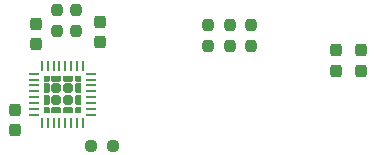
<source format=gbr>
%TF.GenerationSoftware,KiCad,Pcbnew,8.0.6*%
%TF.CreationDate,2024-11-25T13:49:05+01:00*%
%TF.ProjectId,esp32_POE,65737033-325f-4504-9f45-2e6b69636164,rev?*%
%TF.SameCoordinates,Original*%
%TF.FileFunction,Paste,Bot*%
%TF.FilePolarity,Positive*%
%FSLAX46Y46*%
G04 Gerber Fmt 4.6, Leading zero omitted, Abs format (unit mm)*
G04 Created by KiCad (PCBNEW 8.0.6) date 2024-11-25 13:49:05*
%MOMM*%
%LPD*%
G01*
G04 APERTURE LIST*
G04 Aperture macros list*
%AMRoundRect*
0 Rectangle with rounded corners*
0 $1 Rounding radius*
0 $2 $3 $4 $5 $6 $7 $8 $9 X,Y pos of 4 corners*
0 Add a 4 corners polygon primitive as box body*
4,1,4,$2,$3,$4,$5,$6,$7,$8,$9,$2,$3,0*
0 Add four circle primitives for the rounded corners*
1,1,$1+$1,$2,$3*
1,1,$1+$1,$4,$5*
1,1,$1+$1,$6,$7*
1,1,$1+$1,$8,$9*
0 Add four rect primitives between the rounded corners*
20,1,$1+$1,$2,$3,$4,$5,0*
20,1,$1+$1,$4,$5,$6,$7,0*
20,1,$1+$1,$6,$7,$8,$9,0*
20,1,$1+$1,$8,$9,$2,$3,0*%
%AMFreePoly0*
4,1,19,0.216293,0.240836,0.256593,0.185367,0.262023,0.151086,0.262023,-0.059182,0.240836,-0.124389,0.229530,-0.137626,0.137626,-0.229530,0.076536,-0.260657,0.059182,-0.262023,-0.151086,-0.262023,-0.216293,-0.240836,-0.256593,-0.185367,-0.262023,-0.151086,-0.262023,0.151086,-0.240836,0.216293,-0.185367,0.256593,-0.151086,0.262023,0.151086,0.262023,0.216293,0.240836,0.216293,0.240836,
$1*%
%AMFreePoly1*
4,1,21,0.158921,0.382768,0.164515,0.377643,0.236554,0.305603,0.261692,0.251692,0.262023,0.244114,0.262023,-0.244114,0.241678,-0.300010,0.236554,-0.305603,0.164515,-0.377643,0.110605,-0.402782,0.103025,-0.403113,-0.175064,-0.403113,-0.230960,-0.382768,-0.260702,-0.331254,-0.262023,-0.316154,-0.262023,0.316154,-0.241678,0.372050,-0.190164,0.401792,-0.175064,0.403113,0.103025,0.403113,
0.158921,0.382768,0.158921,0.382768,$1*%
%AMFreePoly2*
4,1,19,0.124389,0.240836,0.137626,0.229530,0.229530,0.137626,0.260657,0.076536,0.262023,0.059182,0.262023,-0.151086,0.240836,-0.216293,0.185367,-0.256593,0.151086,-0.262023,-0.151086,-0.262023,-0.216293,-0.240836,-0.256593,-0.185367,-0.262023,-0.151086,-0.262023,0.151086,-0.240836,0.216293,-0.185367,0.256593,-0.151086,0.262023,0.059182,0.262023,0.124389,0.240836,0.124389,0.240836,
$1*%
%AMFreePoly3*
4,1,21,0.372050,0.241678,0.401792,0.190164,0.403113,0.175064,0.403113,-0.103025,0.382768,-0.158921,0.377643,-0.164515,0.305603,-0.236554,0.251692,-0.261692,0.244114,-0.262023,-0.244114,-0.262023,-0.300010,-0.241678,-0.305603,-0.236554,-0.377643,-0.164515,-0.402782,-0.110605,-0.403113,-0.103025,-0.403113,0.175064,-0.382768,0.230960,-0.331254,0.260702,-0.316154,0.262023,0.316154,0.262023,
0.372050,0.241678,0.372050,0.241678,$1*%
%AMFreePoly4*
4,1,21,0.300010,0.241678,0.305603,0.236554,0.377643,0.164515,0.402782,0.110605,0.403113,0.103025,0.403113,-0.175064,0.382768,-0.230960,0.331254,-0.260702,0.316154,-0.262023,-0.316154,-0.262023,-0.372050,-0.241678,-0.401792,-0.190164,-0.403113,-0.175064,-0.403113,0.103025,-0.382768,0.158921,-0.377643,0.164515,-0.305603,0.236554,-0.251692,0.261692,-0.244114,0.262023,0.244114,0.262023,
0.300010,0.241678,0.300010,0.241678,$1*%
%AMFreePoly5*
4,1,19,0.216293,0.240836,0.256593,0.185367,0.262023,0.151086,0.262023,-0.151086,0.240836,-0.216293,0.185367,-0.256593,0.151086,-0.262023,-0.059182,-0.262023,-0.124389,-0.240836,-0.137626,-0.229530,-0.229530,-0.137626,-0.260657,-0.076536,-0.262023,-0.059182,-0.262023,0.151086,-0.240836,0.216293,-0.185367,0.256593,-0.151086,0.262023,0.151086,0.262023,0.216293,0.240836,0.216293,0.240836,
$1*%
%AMFreePoly6*
4,1,21,0.230960,0.382768,0.260702,0.331254,0.262023,0.316154,0.262023,-0.316154,0.241678,-0.372050,0.190164,-0.401792,0.175064,-0.403113,-0.103025,-0.403113,-0.158921,-0.382768,-0.164515,-0.377643,-0.236554,-0.305603,-0.261692,-0.251692,-0.262023,-0.244114,-0.262023,0.244114,-0.241678,0.300010,-0.236554,0.305603,-0.164515,0.377643,-0.110605,0.402782,-0.103025,0.403113,0.175064,0.403113,
0.230960,0.382768,0.230960,0.382768,$1*%
%AMFreePoly7*
4,1,19,0.216293,0.240836,0.256593,0.185367,0.262023,0.151086,0.262023,-0.151086,0.240836,-0.216293,0.185367,-0.256593,0.151086,-0.262023,-0.151086,-0.262023,-0.216293,-0.240836,-0.256593,-0.185367,-0.262023,-0.151086,-0.262023,0.059182,-0.240836,0.124389,-0.229530,0.137626,-0.137626,0.229530,-0.076536,0.260657,-0.059182,0.262023,0.151086,0.262023,0.216293,0.240836,0.216293,0.240836,
$1*%
G04 Aperture macros list end*
%ADD10RoundRect,0.237500X0.237500X-0.250000X0.237500X0.250000X-0.237500X0.250000X-0.237500X-0.250000X0*%
%ADD11FreePoly0,270.000000*%
%ADD12FreePoly1,270.000000*%
%ADD13FreePoly2,270.000000*%
%ADD14FreePoly3,270.000000*%
%ADD15RoundRect,0.201557X-0.201556X0.201556X-0.201556X-0.201556X0.201556X-0.201556X0.201556X0.201556X0*%
%ADD16FreePoly4,270.000000*%
%ADD17FreePoly5,270.000000*%
%ADD18FreePoly6,270.000000*%
%ADD19FreePoly7,270.000000*%
%ADD20RoundRect,0.062500X-0.062500X0.375000X-0.062500X-0.375000X0.062500X-0.375000X0.062500X0.375000X0*%
%ADD21RoundRect,0.062500X-0.375000X0.062500X-0.375000X-0.062500X0.375000X-0.062500X0.375000X0.062500X0*%
%ADD22RoundRect,0.237500X-0.237500X0.250000X-0.237500X-0.250000X0.237500X-0.250000X0.237500X0.250000X0*%
%ADD23RoundRect,0.237500X-0.237500X0.300000X-0.237500X-0.300000X0.237500X-0.300000X0.237500X0.300000X0*%
%ADD24RoundRect,0.237500X-0.250000X-0.237500X0.250000X-0.237500X0.250000X0.237500X-0.250000X0.237500X0*%
%ADD25RoundRect,0.237500X0.237500X-0.300000X0.237500X0.300000X-0.237500X0.300000X-0.237500X-0.300000X0*%
G04 APERTURE END LIST*
D10*
%TO.C,R8*%
X237775000Y-123262500D03*
X237775000Y-121437500D03*
%TD*%
D11*
%TO.C,U4*%
X239550000Y-127275000D03*
D12*
X238725000Y-127275000D03*
X237725000Y-127275000D03*
D13*
X236900000Y-127275000D03*
D14*
X239550000Y-128100000D03*
D15*
X238725000Y-128100000D03*
X237725000Y-128100000D03*
D16*
X236900000Y-128100000D03*
D14*
X239550000Y-129100000D03*
D15*
X238725000Y-129100000D03*
X237725000Y-129100000D03*
D16*
X236900000Y-129100000D03*
D17*
X239550000Y-129925000D03*
D18*
X238725000Y-129925000D03*
X237725000Y-129925000D03*
D19*
X236900000Y-129925000D03*
D20*
X236475000Y-126162500D03*
X236975000Y-126162500D03*
X237475000Y-126162500D03*
X237975000Y-126162500D03*
X238475000Y-126162500D03*
X238975000Y-126162500D03*
X239475000Y-126162500D03*
X239975000Y-126162500D03*
D21*
X240662500Y-126850000D03*
X240662500Y-127350000D03*
X240662500Y-127850000D03*
X240662500Y-128350000D03*
X240662500Y-128850000D03*
X240662500Y-129350000D03*
X240662500Y-129850000D03*
X240662500Y-130350000D03*
D20*
X239975000Y-131037500D03*
X239475000Y-131037500D03*
X238975000Y-131037500D03*
X238475000Y-131037500D03*
X237975000Y-131037500D03*
X237475000Y-131037500D03*
X236975000Y-131037500D03*
X236475000Y-131037500D03*
D21*
X235787500Y-130350000D03*
X235787500Y-129850000D03*
X235787500Y-129350000D03*
X235787500Y-128850000D03*
X235787500Y-128350000D03*
X235787500Y-127850000D03*
X235787500Y-127350000D03*
X235787500Y-126850000D03*
%TD*%
D22*
%TO.C,R14*%
X250575000Y-122700000D03*
X250575000Y-124525000D03*
%TD*%
D23*
%TO.C,C4*%
X263485000Y-124887500D03*
X263485000Y-126612500D03*
%TD*%
D22*
%TO.C,R6*%
X239375000Y-121437500D03*
X239375000Y-123262500D03*
%TD*%
D23*
%TO.C,C12*%
X235975000Y-122625000D03*
X235975000Y-124350000D03*
%TD*%
%TO.C,C3*%
X261375000Y-124887500D03*
X261375000Y-126612500D03*
%TD*%
D22*
%TO.C,R20*%
X254175000Y-122700000D03*
X254175000Y-124525000D03*
%TD*%
D24*
%TO.C,R7*%
X240662500Y-132950000D03*
X242487500Y-132950000D03*
%TD*%
D25*
%TO.C,C7*%
X241375000Y-124212500D03*
X241375000Y-122487500D03*
%TD*%
D23*
%TO.C,C9*%
X234175000Y-129887500D03*
X234175000Y-131612500D03*
%TD*%
D22*
%TO.C,R19*%
X252375000Y-122700000D03*
X252375000Y-124525000D03*
%TD*%
M02*

</source>
